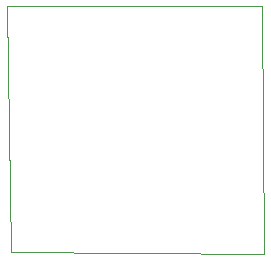
<source format=gbr>
%TF.GenerationSoftware,KiCad,Pcbnew,8.0.6*%
%TF.CreationDate,2024-10-27T16:48:45-04:00*%
%TF.ProjectId,monostable,6d6f6e6f-7374-4616-926c-652e6b696361,rev?*%
%TF.SameCoordinates,Original*%
%TF.FileFunction,Profile,NP*%
%FSLAX46Y46*%
G04 Gerber Fmt 4.6, Leading zero omitted, Abs format (unit mm)*
G04 Created by KiCad (PCBNEW 8.0.6) date 2024-10-27 16:48:45*
%MOMM*%
%LPD*%
G01*
G04 APERTURE LIST*
%TA.AperFunction,Profile*%
%ADD10C,0.050000*%
%TD*%
G04 APERTURE END LIST*
D10*
X145400000Y-35200000D02*
X123800000Y-35200000D01*
X145600000Y-56200000D02*
X145400000Y-35200000D01*
X124200000Y-56000000D02*
X145600000Y-56200000D01*
X123800000Y-35200000D02*
X124200000Y-56000000D01*
M02*

</source>
